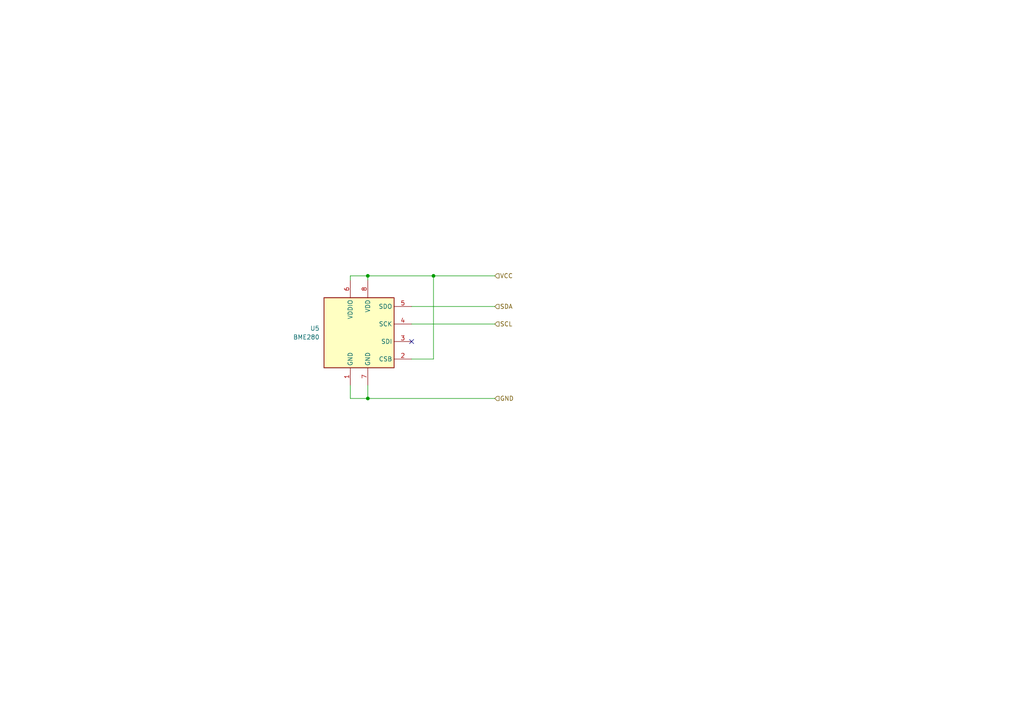
<source format=kicad_sch>
(kicad_sch (version 20231120) (generator "eeschema") (generator_version "8.0")
  (paper "A4")
  (title_block (title "SLA-BOX") (date "2024-11-27") (rev "B") (company "avatarsd LLC") (comment 3 "day 1008") (comment 4 "by S.D."))
  (lib_symbols
    (symbol "Sensor:BME280"
      (property "Reference" "U" (at -8.89 11.43 0))
      (property "Value" "BME280" (at 7.62 11.43 0))
      (symbol "BME280_0_1"
        (rectangle (start -10.16 10.16) (end 10.16 -10.16) (stroke (width 0.254)) (fill (type background)))
      )
      (symbol "BME280_1_1"
        (pin power_in line (at -2.54 -15.24 90) (length 5.08) (name "GND") (number "1"))
        (pin input line (at 15.24 -7.62 180) (length 5.08) (name "CSB") (number "2"))
        (pin bidirectional line (at 15.24 -2.54 180) (length 5.08) (name "SDI") (number "3"))
        (pin input line (at 15.24 2.54 180) (length 5.08) (name "SCK") (number "4"))
        (pin bidirectional line (at 15.24 7.62 180) (length 5.08) (name "SDO") (number "5"))
        (pin power_in line (at -2.54 15.24 270) (length 5.08) (name "VDDIO") (number "6"))
        (pin power_in line (at 2.54 -15.24 90) (length 5.08) (name "GND") (number "7"))
        (pin power_in line (at 2.54 15.24 270) (length 5.08) (name "VDD") (number "8"))
      )
    )
  )
  (junction (at 106.68 80.01))
  (junction (at 106.68 115.57))
  (junction (at 125.73 80.01))
  (no_connect (at 119.38 99.06))
  (wire (pts (xy 119.38 93.98) (xy 143.51 93.98)))
  (wire (pts (xy 106.68 115.57) (xy 106.68 111.76)))
  (wire (pts (xy 119.38 104.14) (xy 125.73 104.14)))
  (wire (pts (xy 101.6 81.28) (xy 101.6 80.01)))
  (wire (pts (xy 125.73 104.14) (xy 125.73 80.01)))
  (wire (pts (xy 101.6 111.76) (xy 101.6 115.57)))
  (wire (pts (xy 106.68 80.01) (xy 106.68 81.28)))
  (wire (pts (xy 125.73 80.01) (xy 106.68 80.01)))
  (wire (pts (xy 143.51 115.57) (xy 106.68 115.57)))
  (wire (pts (xy 101.6 115.57) (xy 106.68 115.57)))
  (wire (pts (xy 101.6 80.01) (xy 106.68 80.01)))
  (wire (pts (xy 143.51 80.01) (xy 125.73 80.01)))
  (wire (pts (xy 119.38 88.9) (xy 143.51 88.9)))
  (hierarchical_label "GND" (shape input) (at 143.51 115.57 0))
  (hierarchical_label "SCL" (shape input) (at 143.51 93.98 0))
  (hierarchical_label "VCC" (shape input) (at 143.51 80.01 0))
  (hierarchical_label "SDA" (shape input) (at 143.51 88.9 0))
  (symbol (lib_id "Sensor:BME280") (at 104.14 96.52 0) (unit 1)
    (property "Reference" "U5" (at 92.71 95.25 0) (effects (justify right)))
    (property "Value" "BME280" (at 92.71 97.79 0) (effects (justify right)))
    (property "Footprint" "Package_LGA:Bosch_LGA-8_2.5x2.5mm_P0.65mm_ClockwisePinNumbering" (effects (hide yes)))
    (property "Datasheet" "https://www.bosch-sensortec.com/media/boschsensortec/downloads/datasheets/bst-bme280-ds002.pdf" (effects (hide yes)))
    (property "Description" "3-in-1 sensor, humidity, pressure, temperature, I2C and SPI interface, 1.71-3.6V, LGA-8" (effects (hide yes)))
  )
)
</source>
